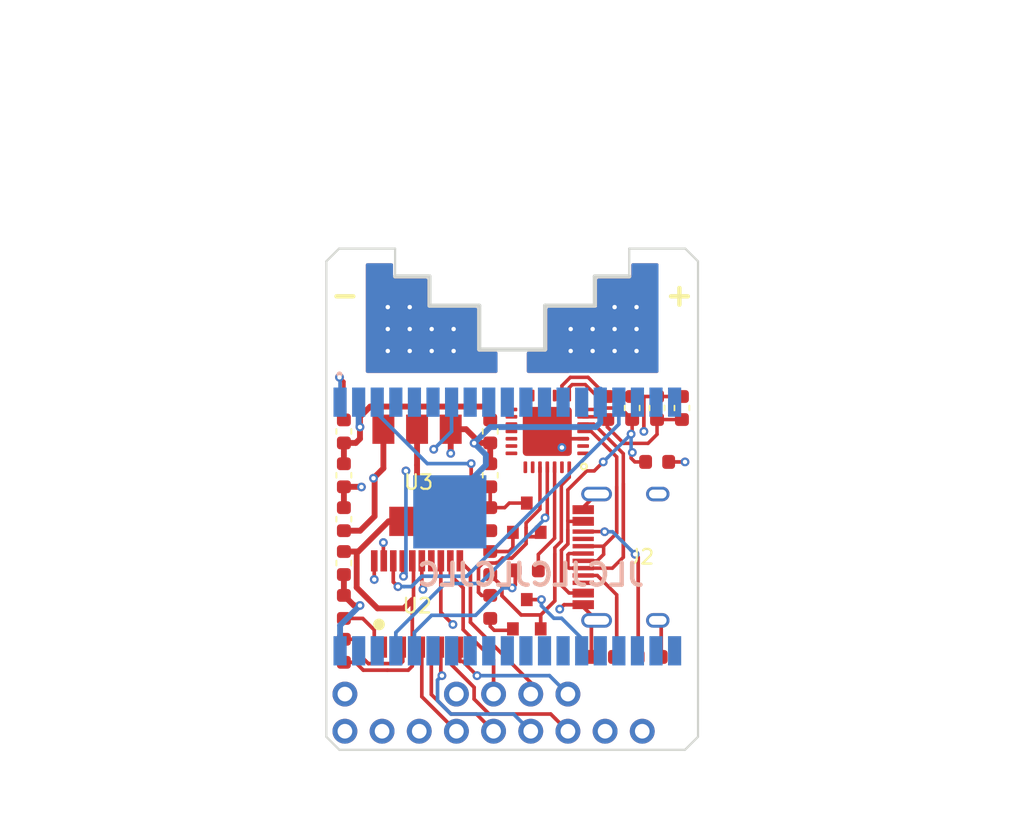
<source format=kicad_pcb>
(kicad_pcb (version 20241229) (generator "pcbnew") (generator_version "9.0")
  (layers (0 "F.Cu" signal) (4 "In1.Cu" signal) (6 "In2.Cu" signal) (2 "B.Cu" signal) (13 "F.Paste" user) (15 "B.Paste" user) (5 "F.SilkS" user) (7 "B.SilkS" user) (1 "F.Mask" user) (3 "B.Mask" user) (25 "Edge.Cuts" user))
  (net 0 "")
  (net 1 "Net-(U4-VBUS)")
  (net 2 "Net-(J1-Pin_3)")
  (net 3 "Net-(J1-Pin_5)")
  (net 4 "Net-(J1-Pin_4)")
  (net 5 "Net-(J1-Pin_6)")
  (net 6 "Net-(U4-D+)")
  (net 7 "Net-(J2-CC2)")
  (net 8 "Net-(U4-D-)")
  (net 11 "Net-(J2-CC1)")
  (net 12 "Net-(J3-Pin_4)")
  (net 13 "Net-(J3-Pin_3)")
  (net 14 "Net-(J3-Pin_2)")
  (net 15 "Net-(J3-Pin_1)")
  (net 16 "Net-(Q1-G)")
  (net 17 "Net-(Q1-S)")
  (net 18 "Net-(Q2-S)")
  (net 19 "Net-(Q2-G)")
  (net 20 "Net-(U4-TXD)")
  (net 21 "Net-(U4-~{RST})")
  (net 22 "Net-(U2-NRST)")
  (net 23 "Net-(U2-BOOT0)")
  (net 46 "GND")
  (net 48 "+5V")
  (net 49 "3V3")
  (net 50 "VIO")
  (net 51 "ESPEN")
  (net 60 "ESPRST")
  (net 61 "ESPRX")
  (net 66 "ESPTX")
  (net 67 "STMTX")
  (net 68 "STMRX")
  (net 69 "SWDIO")
  (net 70 "SWDCLK")
  (footprint "Connector_PinHeader_2.54mm:PinHeader_1x08_P2.54mm_Vertical" (layer "F.Cu") (at 0 0 90)
    (property "Reference" "J1" (hide yes))
    (property "Value" "Conn_01x08_Male")
  )
  (footprint "MountingHole:MountingHole_3.2mm_M3" (layer "F.Cu") (at -11.43 -31.75)
    (property "Reference" "REF**" (hide yes))
    (property "Value" "MountingHole_3.2mm_M3")
  )
  (footprint "MountingHole:MountingHole_3.2mm_M3" (layer "F.Cu") (at 11.43 0)
    (property "Reference" "REF**" (hide yes))
    (property "Value" "MountingHole_3.2mm_M3")
  )
  (footprint "Connector_PinHeader_2.54mm:PinHeader_1x04_P2.54mm_Vertical" (layer "F.Cu") (at -3.81 -2.54 90)
    (property "Reference" "J3" (hide yes))
    (property "Value" "Conn_01x04_Male")
  )
  (footprint "Connector_PinHeader_2.54mm:PinHeader_1x02_P2.54mm_Vertical" (layer "F.Cu") (at -11.43 -2.54)
    (property "Reference" "J4" (hide yes))
    (property "Value" "Conn_01x02_Male")
  )
  (footprint "esp32-wrover:R_0603_1608Metric_nolabel" (layer "F.Cu") (at 6.2 -5.08)
    (property "Reference" "R8" (hide yes))
    (property "Value" "5.1k")
  )
  (footprint "esp32-wrover:R_0603_1608Metric_nolabel" (layer "F.Cu") (at 9.398 -5.08 180)
    (property "Reference" "R9" (hide yes))
    (property "Value" "5.1k")
  )
  (footprint "Package_TO_SOT_SMD:SOT-23" (layer "F.Cu") (at 1 -8 90)
    (property "Reference" "Q2" (hide yes))
    (property "Value" "AO3400")
  )
  (footprint "esp32-wrover:C_0603_1608Metric" (layer "F.Cu") (at -11.5 -20.5 90)
    (property "Reference" "C9" (hide yes))
    (property "Value" "10uF")
  )
  (footprint "esp32-wrover:R_0603_1608Metric_nolabel" (layer "F.Cu") (at -1.5 -11.5 -90)
    (property "Reference" "R3" (hide yes))
    (property "Value" "10k")
  )
  (footprint "esp32-wrover:C_0603_1608Metric" (layer "F.Cu") (at -1.5 -17.5 90)
    (property "Reference" "C7" (hide yes))
    (property "Value" "1uF")
  )
  (footprint "esp32-wrover:C_0603_1608Metric" (layer "F.Cu") (at -1.5 -20.5 -90)
    (property "Reference" "C4" (hide yes))
    (property "Value" "10uF")
  )
  (footprint "esp32-wrover:R_0603_1608Metric_nolabel" (layer "F.Cu") (at -11.5 -5.5 -90)
    (property "Reference" "R6" (hide yes))
    (property "Value" "10k")
  )
  (footprint "esp32-wrover:C_0603_1608Metric" (layer "F.Cu") (at -11.5 -17.5 -90)
    (property "Reference" "C5" (hide yes))
    (property "Value" "100nF")
  )
  (footprint "esp32-wrover:C_0603_1608Metric" (layer "F.Cu") (at -11.5 -14.5 90)
    (property "Reference" "C2" (hide yes))
    (property "Value" "10uF")
  )
  (footprint "esp32-wrover:C_0603_1608Metric" (layer "F.Cu") (at -11.5 -11.5 -90)
    (property "Reference" "C8" (hide yes))
    (property "Value" "100nF")
  )
  (footprint "esp32-wrover:R_0603_1608Metric_nolabel" (layer "F.Cu") (at -1.5 -8.5 90)
    (property "Reference" "R4" (hide yes))
    (property "Value" "10k")
  )
  (footprint "esp32-wrover:R_0603_1608Metric_nolabel" (layer "F.Cu") (at -1.5 -14.5 90)
    (property "Reference" "R5" (hide yes))
    (property "Value" "10k")
  )
  (footprint "Package_TO_SOT_SMD:SOT-223-3_TabPin2" (layer "F.Cu") (at -6.5 -17.5 90)
    (property "Reference" "U3")
    (property "Value" "AMS1117-3.3")
  )
  (footprint "esp32-wrover:R_0603_1608Metric_nolabel" (layer "F.Cu") (at -11.5 -8.5 90)
    (property "Reference" "R7" (hide yes))
    (property "Value" "10k")
  )
  (footprint "Package_SO:TSSOP-20_4.4x6.5mm_P0.65mm" (layer "F.Cu") (at -6.5 -8.7)
    (property "Reference" "U2")
    (property "Value" "STM32F030F4Px")
  )
  (footprint "esp32-wrover:R_0603_1608Metric_nolabel" (layer "F.Cu") (at 1 -11)
    (property "Reference" "R1" (hide yes))
    (property "Value" "1k")
  )
  (footprint "footprints:USB_C_Receptacle_HRO_TYPE-C-31-M-12" (layer "F.Cu") (at 8.9 -11.9 90)
    (property "Reference" "J2")
    (property "Value" "USB_C_Receptacle_USB2.0")
  )
  (footprint "Package_DFN_QFN:QFN-28-1EP_5x5mm_P0.5mm_EP3.35x3.35mm" (layer "F.Cu") (at 2.4 -20.5 180)
    (property "Reference" "U4" (hide yes))
    (property "Value" "CP2102N-Axx-xQFN28")
  )
  (footprint "esp32-wrover:C_0603_1608Metric" (layer "F.Cu") (at 9.9 -22.1 90)
    (property "Reference" "C3" (hide yes))
    (property "Value" "100nF")
  )
  (footprint "esp32-wrover:C_0603_1608Metric" (layer "F.Cu") (at 8.2 -22.1 90)
    (property "Reference" "C1" (hide yes))
    (property "Value" "1uF" (hide yes))
  )
  (footprint "esp32-wrover:R_0603_1608Metric_nolabel" (layer "F.Cu") (at 6.5 -22.1 90)
    (property "Reference" "R2" (hide yes))
    (property "Value" "10k")
  )
  (footprint "esp32-wrover:C_0603_1608Metric" (layer "F.Cu") (at 11.6 -22.1 90)
    (property "Reference" "C6" (hide yes))
    (property "Value" "1uF")
  )
  (footprint "esp32-wrover:R_0603_1608Metric_nolabel" (layer "F.Cu") (at 9.906 -18.415)
    (property "Reference" "R10" (hide yes))
    (property "Value" "0Ohm")
  )
  (footprint "Package_TO_SOT_SMD:SOT-23" (layer "F.Cu") (at 1 -14.6 90)
    (property "Reference" "Q1" (hide yes))
    (property "Value" "AO3400")
  )
  (footprint "esp32-wrover:XCVR_ESP32-WROVER" (layer "B.Cu") (at -3.5 -14 -90)
    (property "Reference" "U1" (hide yes))
    (property "Value" "ESP32-WROVER")
  )
  (gr_line (start 12.7 0.381) (end 12.7 -32.131) (stroke (width 0.15)) (layer "Edge.Cuts"))
  (gr_line (start -2.249992 -26.099698) (end -2.249992 -29.100034) (stroke (width 0.282843)) (layer "Edge.Cuts"))
  (gr_line (start -11.83 -33) (end -8 -33) (stroke (width 0.15)) (layer "Edge.Cuts"))
  (gr_line (start 5.649267 -29.100034) (end 2.249992 -29.100034) (stroke (width 0.282843)) (layer "Edge.Cuts"))
  (gr_line (start -12.7 0.381) (end -11.811 1.27) (stroke (width 0.15)) (layer "Edge.Cuts"))
  (gr_line (start -5.649784 -31.09991) (end -8.000028 -31.09991) (stroke (width 0.282843)) (layer "Edge.Cuts"))
  (gr_line (start 7.999512 -31.09991) (end 5.649267 -31.09991) (stroke (width 0.282843)) (layer "Edge.Cuts"))
  (gr_line (start 11.811 1.27) (end 12.7 0.381) (stroke (width 0.15)) (layer "Edge.Cuts"))
  (gr_line (start -5.649784 -29.100034) (end -5.649784 -31.09991) (stroke (width 0.282843)) (layer "Edge.Cuts"))
  (gr_line (start 5.649267 -31.09991) (end 5.649267 -29.100034) (stroke (width 0.282843)) (layer "Edge.Cuts"))
  (gr_line (start -8 -31.1) (end -8 -33) (stroke (width 0.15)) (layer "Edge.Cuts"))
  (gr_line (start -12.7 -32.131) (end -11.83 -33) (stroke (width 0.15)) (layer "Edge.Cuts"))
  (gr_line (start 8 -33) (end 11.83 -33) (stroke (width 0.15)) (layer "Edge.Cuts"))
  (gr_line (start -2.249992 -29.100034) (end -5.649784 -29.100034) (stroke (width 0.282843)) (layer "Edge.Cuts"))
  (gr_line (start 11.83 -33) (end 12.7 -32.131) (stroke (width 0.15)) (layer "Edge.Cuts"))
  (gr_line (start 2.249992 -29.100034) (end 2.249992 -26.099698) (stroke (width 0.282843)) (layer "Edge.Cuts"))
  (gr_line (start 2.249992 -26.099698) (end -2.249992 -26.099698) (stroke (width 0.282843)) (layer "Edge.Cuts"))
  (gr_line (start 8 -31.1) (end 8 -33) (stroke (width 0.15)) (layer "Edge.Cuts"))
  (gr_line (start -12.7 0.381) (end -12.7 -32.131) (stroke (width 0.15)) (layer "Edge.Cuts"))
  (gr_line (start -11.811 1.27) (end 11.811 1.27) (stroke (width 0.15)) (layer "Edge.Cuts"))
  (gr_text "-" (at -11.43 -29.845 0) (layer "F.SilkS") (effects (font (size 1.5 1.5) (thickness 0.3))))
  (gr_text "+" (at 11.43 -29.845 0) (layer "F.SilkS") (effects (font (size 1.5 1.5) (thickness 0.3))))
  (gr_text "JLCJLCJLCJLC" (at 1.27 -10.7 0) (layer "B.SilkS") (effects (font (size 1.5 1.5) (thickness 0.3)) (justify mirror)))
  (segment (start 3.364988 -9.975012) (end 3.364988 -12.364988) (width 0.24) (layer "F.Cu") (net 1))
  (segment (start 3.804999 -13.760001) (end 3.804999 -12.804999) (width 0.25) (layer "F.Cu") (net 1))
  (segment (start 3.9 -23.5) (end 3.9 -22.95) (width 0.24) (layer "F.Cu") (net 1))
  (segment (start 4.1 -23.7) (end 3.9 -23.5) (width 0.24) (layer "F.Cu") (net 1))
  (segment (start 3.804999 -13.760001) (end 3.804999 -14.39) (width 0.24) (layer "F.Cu") (net 1))
  (segment (start 8.2 -21.3125) (end 8.2 -20.392) (width 0.24) (layer "F.Cu") (net 1))
  (segment (start 3.804999 -14.39) (end 3.804999 -16.504999) (width 0.24) (layer "F.Cu") (net 1))
  (segment (start 8.128 -18.978837) (end 8.128 -18.669) (width 0.24) (layer "F.Cu") (net 1))
  (segment (start 8.209824 -19.060661) (end 8.128 -18.978837) (width 0.24) (layer "F.Cu") (net 1))
  (segment (start 7.738388 -21.774112) (end 8.2 -21.3125) (width 0.24) (layer "F.Cu") (net 1))
  (segment (start 4.855 -9.45) (end 3.89 -9.45) (width 0.24) (layer "F.Cu") (net 1))
  (segment (start 4.85 -22) (end 5.8 -22) (width 0.24) (layer "F.Cu") (net 1))
  (segment (start 5.1 -17.8) (end 5.608 -17.8) (width 0.24) (layer "F.Cu") (net 1))
  (segment (start 8.128 -18.669) (end 8.382 -18.415) (width 0.24) (layer "F.Cu") (net 1))
  (segment (start 3.804999 -14.39) (end 3.844999 -14.35) (width 0.24) (layer "F.Cu") (net 1))
  (segment (start 7.4125 -22.1) (end 7.738388 -21.774112) (width 0.24) (layer "F.Cu") (net 1))
  (segment (start 5.8 -22) (end 5.9 -22.1) (width 0.24) (layer "F.Cu") (net 1))
  (segment (start 8.382 -18.415) (end 9.1185 -18.415) (width 0.24) (layer "F.Cu") (net 1))
  (segment (start 5.70499 -22.29501) (end 5.70499 -22.99501) (width 0.24) (layer "F.Cu") (net 1))
  (segment (start 5 -23.7) (end 4.1 -23.7) (width 0.24) (layer "F.Cu") (net 1))
  (segment (start 3.89 -9.45) (end 3.364988 -9.975012) (width 0.24) (layer "F.Cu") (net 1))
  (segment (start 3.804999 -16.504999) (end 5.1 -17.8) (width 0.24) (layer "F.Cu") (net 1))
  (segment (start 5.608 -17.8) (end 6.223 -18.415) (width 0.24) (layer "F.Cu") (net 1))
  (segment (start 3.804999 -12.804999) (end 3.364988 -12.364988) (width 0.25) (layer "F.Cu") (net 1))
  (segment (start 5.70499 -22.99501) (end 5 -23.7) (width 0.24) (layer "F.Cu") (net 1))
  (segment (start 5.9 -22.1) (end 5.70499 -22.29501) (width 0.24) (layer "F.Cu") (net 1))
  (segment (start 5.9 -22.1) (end 7.4125 -22.1) (width 0.24) (layer "F.Cu") (net 1))
  (segment (start 8.2 -20.392) (end 8.128 -20.32) (width 0.24) (layer "F.Cu") (net 1))
  (segment (start 3.844999 -14.35) (end 4.855 -14.35) (width 0.24) (layer "F.Cu") (net 1))
  (via (at 8.209824 -19.060661) (size 0.6) (drill 0.3) (layers "F.Cu" "B.Cu") (net 1))
  (via (at 6.223 -18.415) (size 0.6) (drill 0.3) (layers "F.Cu" "B.Cu") (net 1))
  (via (at 8.128 -20.32) (size 0.6) (drill 0.3) (layers "F.Cu" "B.Cu") (net 1))
  (segment (start 8.128 -20.32) (end 8.128 -19.142485) (width 0.24) (layer "B.Cu") (net 1))
  (segment (start 6.223 -18.415) (end 6.522999 -18.714999) (width 0.24) (layer "B.Cu") (net 1))
  (segment (start 8.128 -19.142485) (end 8.209824 -19.060661) (width 0.24) (layer "B.Cu") (net 1))
  (segment (start 6.522999 -18.714999) (end 8.128 -20.32) (width 0.24) (layer "B.Cu") (net 1))
  (segment (start -6.175 -5.75) (end -6.175 -2.365) (width 0.25) (layer "F.Cu") (net 2))
  (segment (start -6.175 -2.365) (end -3.81 0) (width 0.25) (layer "F.Cu") (net 2))
  (segment (start -4.875 -3.875) (end -4.8 -3.8) (width 0.25) (layer "F.Cu") (net 3))
  (segment (start -4.875 -5.75) (end -4.875 -3.875) (width 0.25) (layer "F.Cu") (net 3))
  (via (at -4.8 -3.8) (size 0.6) (drill 0.3) (layers "F.Cu" "B.Cu") (net 3))
  (segment (start 0.420001 -0.849999) (end 1.27 0) (width 0.25) (layer "B.Cu") (net 3))
  (segment (start -4.184003 -1.175001) (end 0.094999 -1.175001) (width 0.25) (layer "B.Cu") (net 3))
  (segment (start -5.099999 -2.090997) (end -4.184003 -1.175001) (width 0.25) (layer "B.Cu") (net 3))
  (segment (start 0.094999 -1.175001) (end 0.420001 -0.849999) (width 0.25) (layer "B.Cu") (net 3))
  (segment (start -5.099999 -3.500001) (end -5.099999 -2.090997) (width 0.25) (layer "B.Cu") (net 3))
  (segment (start -4.8 -3.8) (end -5.099999 -3.500001) (width 0.25) (layer "B.Cu") (net 3))
  (segment (start -2.445001 -1.175001) (end -1.27 0) (width 0.25) (layer "F.Cu") (net 4))
  (segment (start -5.525 -5.75) (end -5.525 -2.515998) (width 0.25) (layer "F.Cu") (net 4))
  (segment (start -4.184003 -1.175001) (end -2.445001 -1.175001) (width 0.25) (layer "F.Cu") (net 4))
  (segment (start -5.525 -2.515998) (end -4.184003 -1.175001) (width 0.25) (layer "F.Cu") (net 4))
  (segment (start -1.575001 -1.175001) (end 2.634999 -1.175001) (width 0.25) (layer "F.Cu") (net 5))
  (segment (start -2.6 -3) (end -2.6 -2.2) (width 0.25) (layer "F.Cu") (net 5))
  (segment (start -2.6 -2.2) (end -1.575001 -1.175001) (width 0.25) (layer "F.Cu") (net 5))
  (segment (start -4.225 -5.75) (end -4.225 -4.625) (width 0.25) (layer "F.Cu") (net 5))
  (segment (start 2.960001 -0.849999) (end 3.81 0) (width 0.25) (layer "F.Cu") (net 5))
  (segment (start 2.634999 -1.175001) (end 2.960001 -0.849999) (width 0.25) (layer "F.Cu") (net 5))
  (segment (start -4.225 -4.625) (end -2.6 -3) (width 0.25) (layer "F.Cu") (net 5))
  (segment (start 4.855 -11.65) (end 5.806002 -11.65) (width 0.24) (layer "F.Cu") (net 6))
  (segment (start 5.4 -20.5) (end 7.145009 -18.754991) (width 0.24) (layer "F.Cu") (net 6))
  (segment (start 4.85 -20.5) (end 5.4 -20.5) (width 0.24) (layer "F.Cu") (net 6))
  (segment (start 7.145009 -18.754991) (end 7.145009 -16.732169) (width 0.24) (layer "F.Cu") (net 6))
  (segment (start 6.25 -12.093998) (end 6.25 -12.65) (width 0.24) (layer "F.Cu") (net 6))
  (segment (start 7.145009 -16.732169) (end 7.145009 -13.545009) (width 0.25) (layer "F.Cu") (net 6))
  (segment (start 4.855 -12.65) (end 6.25 -12.65) (width 0.24) (layer "F.Cu") (net 6))
  (segment (start 6.25 -12.65) (end 7.145009 -13.545009) (width 0.24) (layer "F.Cu") (net 6))
  (segment (start 5.806002 -11.65) (end 6.25 -12.093998) (width 0.24) (layer "F.Cu") (net 6))
  (segment (start 4.855 -13.65) (end 6.31 -13.65) (width 0.24) (layer "F.Cu") (net 7))
  (segment (start 8.6125 -11.8875) (end 8.4 -12.1) (width 0.25) (layer "F.Cu") (net 7))
  (segment (start 6.31 -13.65) (end 6.32 -13.64) (width 0.24) (layer "F.Cu") (net 7))
  (segment (start 8.6125 -5.3) (end 8.6125 -11.8875) (width 0.25) (layer "F.Cu") (net 7))
  (via (at 8.4 -12.1) (size 0.6) (drill 0.3) (layers "F.Cu" "B.Cu") (net 7))
  (via (at 6.32 -13.64) (size 0.6) (drill 0.3) (layers "F.Cu" "B.Cu") (net 7))
  (segment (start 6.86 -13.64) (end 8.4 -12.1) (width 0.24) (layer "B.Cu") (net 7))
  (segment (start 6.32 -13.64) (end 6.86 -13.64) (width 0.24) (layer "B.Cu") (net 7))
  (segment (start 8.100001 -12.399999) (end 8.4 -12.1) (width 0.25) (layer "B.Cu") (net 7))
  (segment (start 4.855 -11.15) (end 6.85 -11.15) (width 0.24) (layer "F.Cu") (net 8))
  (segment (start 3.89 -11.15) (end 4.855 -11.15) (width 0.24) (layer "F.Cu") (net 8))
  (segment (start 3.809999 -11.230001) (end 3.89 -11.15) (width 0.24) (layer "F.Cu") (net 8))
  (segment (start 3.809999 -12.069999) (end 3.809999 -11.230001) (width 0.24) (layer "F.Cu") (net 8))
  (segment (start 5.575576 -21) (end 7.59502 -18.980556) (width 0.24) (layer "F.Cu") (net 8))
  (segment (start 3.89 -12.15) (end 3.809999 -12.069999) (width 0.24) (layer "F.Cu") (net 8))
  (segment (start 7.59502 -18.980556) (end 7.59502 -16.918569) (width 0.24) (layer "F.Cu") (net 8))
  (segment (start 7.59502 -16.918569) (end 7.59502 -11.89502) (width 0.25) (layer "F.Cu") (net 8))
  (segment (start 6.85 -11.15) (end 7.59502 -11.89502) (width 0.24) (layer "F.Cu") (net 8))
  (segment (start 4.85 -21) (end 5.575576 -21) (width 0.24) (layer "F.Cu") (net 8))
  (segment (start 4.855 -12.15) (end 3.89 -12.15) (width 0.24) (layer "F.Cu") (net 8))
  (segment (start 7.14501 -9.32499) (end 7.14501 -9.15499) (width 0.24) (layer "F.Cu") (net 11))
  (segment (start 7.14501 -6.03251) (end 7.14501 -9.15499) (width 0.25) (layer "F.Cu") (net 11))
  (segment (start 5.82 -10.65) (end 7.14501 -9.32499) (width 0.24) (layer "F.Cu") (net 11))
  (segment (start 6.9875 -5.875) (end 7.14501 -6.03251) (width 0.25) (layer "F.Cu") (net 11))
  (segment (start 6.9875 -5.3) (end 6.9875 -5.875) (width 0.25) (layer "F.Cu") (net 11))
  (segment (start 4.855 -10.65) (end 5.82 -10.65) (width 0.24) (layer "F.Cu") (net 11))
  (segment (start -3.575 -4.775) (end -3.375 -4.775) (width 0.25) (layer "F.Cu") (net 12))
  (segment (start -3.375 -4.775) (end -2.4 -3.8) (width 0.25) (layer "F.Cu") (net 12))
  (segment (start -3.575 -5.75) (end -3.575 -4.775) (width 0.25) (layer "F.Cu") (net 12))
  (via (at -2.4 -3.8) (size 0.6) (drill 0.3) (layers "F.Cu" "B.Cu") (net 12))
  (segment (start -2.4 -3.8) (end 2.55 -3.8) (width 0.25) (layer "B.Cu") (net 12))
  (segment (start 2.55 -3.8) (end 3.81 -2.54) (width 0.25) (layer "B.Cu") (net 12))
  (segment (start -2.85 -10.925) (end -2.85 -7.45) (width 0.25) (layer "F.Cu") (net 13))
  (segment (start -3.575 -11.65) (end -2.85 -10.925) (width 0.25) (layer "F.Cu") (net 13))
  (segment (start -2.85 -7.45) (end 1.27 -3.33) (width 0.25) (layer "F.Cu") (net 13))
  (segment (start 1.27 -3.33) (end 1.27 -2.54) (width 0.25) (layer "F.Cu") (net 13))
  (segment (start -4.225 -11.65) (end -4.225 -10.675) (width 0.25) (layer "F.Cu") (net 14))
  (segment (start -3.35 -6.95) (end -1.27 -4.87) (width 0.25) (layer "F.Cu") (net 14))
  (segment (start -1.27 -3.742081) (end -1.27 -2.54) (width 0.25) (layer "F.Cu") (net 14))
  (segment (start -3.35 -9.8) (end -3.35 -6.95) (width 0.25) (layer "F.Cu") (net 14))
  (segment (start -4.225 -10.675) (end -3.35 -9.8) (width 0.25) (layer "F.Cu") (net 14))
  (segment (start -1.27 -4.87) (end -1.27 -3.742081) (width 0.25) (layer "F.Cu") (net 14))
  (segment (start -4.875 -8.125) (end -4.05 -7.3) (width 0.25) (layer "F.Cu") (net 15))
  (segment (start -4.875 -11.45) (end -4.9 -11.425) (width 0.25) (layer "F.Cu") (net 15))
  (segment (start -4.875 -11.65) (end -4.875 -8.125) (width 0.25) (layer "F.Cu") (net 15))
  (via (at -4.05 -7.3) (size 0.6) (drill 0.3) (layers "F.Cu" "B.Cu") (net 15))
  (segment (start 0.05 -12.55) (end -0.2125 -12.2875) (width 0.25) (layer "F.Cu") (net 16))
  (segment (start -0.2125 -12.2875) (end -1.5 -12.2875) (width 0.25) (layer "F.Cu") (net 16))
  (segment (start 0.05 -13.3) (end 0.05 -12.55) (width 0.25) (layer "F.Cu") (net 16))
  (segment (start -1.07501 -11.52499) (end -0.97501 -11.52499) (width 0.25) (layer "F.Cu") (net 17))
  (segment (start 0.95 -13.3) (end 1.95 -13.3) (width 0.25) (layer "F.Cu") (net 17))
  (segment (start -0.66251 -11.83749) (end -0.026099 -11.837491) (width 0.25) (layer "F.Cu") (net 17))
  (segment (start -0.026099 -11.837491) (end 0.95 -12.81359) (width 0.25) (layer "F.Cu") (net 17))
  (segment (start -1.1 -11.5) (end -1.07501 -11.52499) (width 0.25) (layer "F.Cu") (net 17))
  (segment (start -2.3 -11.2) (end -2.3 -9.5) (width 0.25) (layer "F.Cu") (net 17))
  (segment (start -2.0875 -9.2875) (end -1.5 -9.2875) (width 0.25) (layer "F.Cu") (net 17))
  (segment (start 1.9 -15.19) (end 1.9 -18.05) (width 0.24) (layer "F.Cu") (net 17))
  (segment (start 1.95 -13.3) (end 1.6 -13.3) (width 0.25) (layer "F.Cu") (net 17))
  (segment (start -2.3 -9.5) (end -2.0875 -9.2875) (width 0.25) (layer "F.Cu") (net 17))
  (segment (start -0.97501 -11.52499) (end -0.66251 -11.83749) (width 0.25) (layer "F.Cu") (net 17))
  (segment (start 0.95 -13.925004) (end 0.95 -13.3) (width 0.25) (layer "F.Cu") (net 17))
  (segment (start -2 -11.5) (end -2.3 -11.2) (width 0.25) (layer "F.Cu") (net 17))
  (segment (start 0.95 -12.81359) (end 0.95 -13.3) (width 0.25) (layer "F.Cu") (net 17))
  (segment (start -1.1 -11.5) (end -2 -11.5) (width 0.25) (layer "F.Cu") (net 17))
  (segment (start 0.95 -13.925004) (end 0.95 -14.24) (width 0.24) (layer "F.Cu") (net 17))
  (segment (start 0.95 -14.24) (end 1.9 -15.19) (width 0.24) (layer "F.Cu") (net 17))
  (segment (start -0.69999 -9.264988) (end 0.614998 -7.95) (width 0.25) (layer "F.Cu") (net 18))
  (segment (start 2.914977 -12.12673) (end 2.914977 -12.544317) (width 0.24) (layer "F.Cu") (net 18))
  (segment (start 2.914977 -12.12673) (end 2.914977 -8.914977) (width 0.25) (layer "F.Cu") (net 18))
  (segment (start -1.5 -10.7125) (end -0.69999 -9.91249) (width 0.25) (layer "F.Cu") (net 18))
  (segment (start 3.359988 -12.989328) (end 3.359989 -16.821989) (width 0.24) (layer "F.Cu") (net 18))
  (segment (start 3.9 -17.362) (end 3.9 -17.55) (width 0.24) (layer "F.Cu") (net 18))
  (segment (start 3.359989 -16.821989) (end 3.9 -17.362) (width 0.24) (layer "F.Cu") (net 18))
  (segment (start 3.9 -17.55) (end 3.9 -18.05) (width 0.24) (layer "F.Cu") (net 18))
  (segment (start 2.914977 -12.544317) (end 3.359988 -12.989328) (width 0.24) (layer "F.Cu") (net 18))
  (segment (start -0.69999 -9.91249) (end -0.69999 -9.264988) (width 0.25) (layer "F.Cu") (net 18))
  (segment (start 0.614998 -7.95) (end 1.95 -7.95) (width 0.25) (layer "F.Cu") (net 18))
  (segment (start 1.95 -7.95) (end 1.95 -7) (width 0.25) (layer "F.Cu") (net 18))
  (segment (start 2.914977 -8.914977) (end 1.95 -7.95) (width 0.25) (layer "F.Cu") (net 18))
  (segment (start -1.5 -7.7125) (end -1.5 -7.175) (width 0.24) (layer "F.Cu") (net 19))
  (segment (start -1.5 -7.175) (end -1.225 -6.9) (width 0.24) (layer "F.Cu") (net 19))
  (segment (start -0.05 -6.9) (end 0.05 -7) (width 0.24) (layer "F.Cu") (net 19))
  (segment (start -1.225 -6.9) (end -0.05 -6.9) (width 0.24) (layer "F.Cu") (net 19))
  (segment (start 2.9 -13.2) (end 1.7875 -12.0875) (width 0.24) (layer "F.Cu") (net 20))
  (segment (start 1.7875 -12.0875) (end 1.7875 -11.575) (width 0.24) (layer "F.Cu") (net 20))
  (segment (start 2.9 -18.05) (end 2.9 -13.2) (width 0.24) (layer "F.Cu") (net 20))
  (segment (start 1.7875 -11.575) (end 1.7875 -11) (width 0.24) (layer "F.Cu") (net 20))
  (segment (start 3.4 -22.95) (end 3.4 -23.622268) (width 0.24) (layer "F.Cu") (net 21))
  (segment (start 5.1875 -24.2) (end 6.5 -22.8875) (width 0.24) (layer "F.Cu") (net 21))
  (segment (start 3.977732 -24.2) (end 5.1875 -24.2) (width 0.24) (layer "F.Cu") (net 21))
  (segment (start 3.4 -23.622268) (end 3.977732 -24.2) (width 0.24) (layer "F.Cu") (net 21))
  (segment (start -10.4875 -6.2875) (end -10.2 -6) (width 0.25) (layer "F.Cu") (net 22))
  (segment (start -10.2 -6) (end -10.2 -5) (width 0.25) (layer "F.Cu") (net 22))
  (segment (start -10.2 -5) (end -9.825 -4.625) (width 0.25) (layer "F.Cu") (net 22))
  (segment (start -7.475 -4.775) (end -7.475 -5.75) (width 0.25) (layer "F.Cu") (net 22))
  (segment (start -9.825 -4.625) (end -7.625 -4.625) (width 0.25) (layer "F.Cu") (net 22))
  (segment (start -7.475 -4.775) (end -7.625 -4.625) (width 0.25) (layer "F.Cu") (net 22))
  (segment (start -11.5 -6.2875) (end -10.4875 -6.2875) (width 0.25) (layer "F.Cu") (net 22))
  (segment (start -9.425 -6.925) (end -10.2125 -7.7125) (width 0.25) (layer "F.Cu") (net 23))
  (segment (start -10.2125 -7.7125) (end -11.5 -7.7125) (width 0.25) (layer "F.Cu") (net 23))
  (segment (start -9.425 -5.75) (end -9.425 -6.925) (width 0.25) (layer "F.Cu") (net 23))
  (segment (start -8.5 -26) (end -8.3 -25.8) (width 0.4) (layer "F.Cu") (net 46))
  (segment (start -4.2 -20.65) (end -3.15 -20.65) (width 0.4) (layer "F.Cu") (net 46))
  (segment (start -1.5 -18.2875) (end -1.5 -19.7125) (width 0.4) (layer "F.Cu") (net 46))
  (segment (start -4.2 -20.65) (end -4.2 -19) (width 0.4) (layer "F.Cu") (net 46))
  (segment (start -1.5 -19.7125) (end -2.6125 -19.7125) (width 0.4) (layer "F.Cu") (net 46))
  (segment (start -3.15 -20.65) (end -2.2125 -19.7125) (width 0.4) (layer "F.Cu") (net 46))
  (segment (start -2.2125 -19.7125) (end -1.5 -19.7125) (width 0.4) (layer "F.Cu") (net 46))
  (segment (start -2.6125 -19.7125) (end -2.6 -19.7) (width 0.4) (layer "F.Cu") (net 46))
  (segment (start -6.175 -11.45) (end -6.175 -9.775) (width 0.25) (layer "F.Cu") (net 46))
  (segment (start -10.3125 -16.7125) (end -10.3 -16.7) (width 0.4) (layer "F.Cu") (net 46))
  (segment (start -11.5 -9.2875) (end -10.8125 -8.6) (width 0.4) (layer "F.Cu") (net 46))
  (segment (start -11.5 -10.7125) (end -11.5 -9.2875) (width 0.4) (layer "F.Cu") (net 46))
  (segment (start -10.8125 -8.6) (end -10.4 -8.6) (width 0.4) (layer "F.Cu") (net 46))
  (segment (start -11.5 -16.7125) (end -10.3125 -16.7125) (width 0.4) (layer "F.Cu") (net 46))
  (segment (start -11.5 -15.2875) (end -11.5 -16.7125) (width 0.4) (layer "F.Cu") (net 46))
  (segment (start -6.175 -9.775) (end -6.1 -9.7) (width 0.25) (layer "F.Cu") (net 46))
  (segment (start 4.855 -8.495) (end 5.77 -7.58) (width 0.25) (layer "F.Cu") (net 46))
  (segment (start 10.1855 -5.08) (end 10.1855 -7.3445) (width 0.25) (layer "F.Cu") (net 46))
  (segment (start 8.2 -22.8875) (end 9 -22.8875) (width 0.25) (layer "F.Cu") (net 46))
  (segment (start 3.55 -8.65) (end 3.25 -8.35) (width 0.25) (layer "F.Cu") (net 46))
  (segment (start 4.85 -20) (end 2.9 -20) (width 0.25) (layer "F.Cu") (net 46))
  (segment (start 10.1855 -7.3445) (end 9.95 -7.58) (width 0.25) (layer "F.Cu") (net 46))
  (segment (start 4.855 -15.15) (end 4.855 -15.305) (width 0.25) (layer "F.Cu") (net 46))
  (segment (start -11.8 -24.2) (end -11.5 -23.9) (width 0.25) (layer "F.Cu") (net 46))
  (segment (start 2.9 -20) (end 2.4 -20.5) (width 0.25) (layer "F.Cu") (net 46))
  (segment (start 11.6 -22.8875) (end 9.9 -22.8875) (width 0.25) (layer "F.Cu") (net 46))
  (segment (start 5.4125 -7.2225) (end 5.77 -7.58) (width 0.25) (layer "F.Cu") (net 46))
  (segment (start 9 -22.8875) (end 9 -20.5) (width 0.25) (layer "F.Cu") (net 46))
  (segment (start 9 -22.8875) (end 9.9 -22.8875) (width 0.25) (layer "F.Cu") (net 46))
  (segment (start -11.5 -23.9) (end -11.5 -21.2875) (width 0.25) (layer "F.Cu") (net 46))
  (segment (start 4.85 -20) (end 5.146 -20) (width 0.25) (layer "F.Cu") (net 46))
  (segment (start 4.855 -8.65) (end 4.855 -8.495) (width 0.25) (layer "F.Cu") (net 46))
  (segment (start 2.4 -20.5) (end 3.4 -19.4) (width 0.25) (layer "F.Cu") (net 46))
  (segment (start 4.855 -8.65) (end 3.55 -8.65) (width 0.25) (layer "F.Cu") (net 46))
  (segment (start 4.855 -15.305) (end 5.77 -16.22) (width 0.25) (layer "F.Cu") (net 46))
  (segment (start 5.4125 -5.08) (end 5.4125 -7.2225) (width 0.25) (layer "F.Cu") (net 46))
  (via (at -8.5 -27.5) (size 0.6) (drill 0.3) (layers "F.Cu" "B.Cu") (net 46))
  (via (at -8.5 -26) (size 0.6) (drill 0.3) (layers "F.Cu" "B.Cu") (net 46))
  (via (at -8.5 -29) (size 0.6) (drill 0.3) (layers "F.Cu" "B.Cu") (net 46))
  (via (at -2.6 -19.7) (size 0.6) (drill 0.3) (layers "F.Cu" "B.Cu") (net 46))
  (via (at -6.1 -9.7) (size 0.6) (drill 0.3) (layers "F.Cu" "B.Cu") (net 46))
  (via (at -4.2 -19) (size 0.6) (drill 0.3) (layers "F.Cu" "B.Cu") (net 46))
  (via (at -10.3 -16.7) (size 0.6) (drill 0.3) (layers "F.Cu" "B.Cu") (net 46))
  (via (at -10.4 -8.6) (size 0.6) (drill 0.3) (layers "F.Cu" "B.Cu") (net 46))
  (via (at -4 -27.5) (size 0.6) (drill 0.3) (layers "F.Cu" "B.Cu") (net 46))
  (via (at -7 -27.5) (size 0.6) (drill 0.3) (layers "F.Cu" "B.Cu") (net 46))
  (via (at -4 -26) (size 0.6) (drill 0.3) (layers "F.Cu" "B.Cu") (net 46))
  (via (at -7 -26) (size 0.6) (drill 0.3) (layers "F.Cu" "B.Cu") (net 46))
  (via (at -5.5 -27.5) (size 0.6) (drill 0.3) (layers "F.Cu" "B.Cu") (net 46))
  (via (at -5.5 -26) (size 0.6) (drill 0.3) (layers "F.Cu" "B.Cu") (net 46))
  (via (at -11.8 -24.2) (size 0.6) (drill 0.3) (layers "F.Cu" "B.Cu") (net 46))
  (via (at 3.25 -8.35) (size 0.6) (drill 0.3) (layers "F.Cu" "B.Cu") (net 46))
  (via (at 9 -20.5) (size 0.6) (drill 0.3) (layers "F.Cu" "B.Cu") (net 46))
  (via (at 3.4 -19.4) (size 0.6) (drill 0.3) (layers "F.Cu" "B.Cu") (net 46))
  (via (at -7 -29) (size 0.6) (drill 0.3) (layers "F.Cu" "B.Cu") (net 46))
  (segment (start -1.8 -18.9) (end -1.8 -18.2) (width 0.4) (layer "B.Cu") (net 46))
  (segment (start -1.8 -18.2) (end -4.26 -15.74) (width 0.4) (layer "B.Cu") (net 46))
  (segment (start -4.26 -15.74) (end -4.26 -15) (width 0.25) (layer "B.Cu") (net 46))
  (segment (start -2.6 -19.7) (end -1.8 -18.9) (width 0.4) (layer "B.Cu") (net 46))
  (segment (start -11.76 -5.5) (end -11.76 -6.24) (width 0.25) (layer "B.Cu") (net 46))
  (segment (start -11.76 -7.24) (end -11.76 -5.5) (width 0.4) (layer "B.Cu") (net 46))
  (segment (start -11.76 -7.24) (end -10.4 -8.6) (width 0.4) (layer "B.Cu") (net 46))
  (segment (start 6.02 -22.5) (end 6.02 -23.365996) (width 0.4) (layer "B.Cu") (net 46))
  (segment (start -11.76 -24.16) (end -11.8 -24.2) (width 0.25) (layer "B.Cu") (net 46))
  (segment (start 5.72 -20.8) (end -1.5 -20.8) (width 0.4) (layer "B.Cu") (net 46))
  (segment (start -1.5 -20.8) (end -2.6 -19.7) (width 0.4) (layer "B.Cu") (net 46))
  (segment (start 6.019999 -21.099999) (end 5.72 -20.8) (width 0.4) (layer "B.Cu") (net 46))
  (segment (start -11.76 -22.5) (end -11.76 -24.16) (width 0.25) (layer "B.Cu") (net 46))
  (segment (start 6.02 -22.5) (end 6.019999 -21.099999) (width 0.4) (layer "B.Cu") (net 46))
  (segment (start -9.4875 -17.2875) (end -9.475 -17.3) (width 0.25) (layer "F.Cu") (net 48))
  (segment (start -8.8 -17.975) (end -8.8 -20.65) (width 0.4) (layer "F.Cu") (net 48))
  (segment (start -9.4 -14.7) (end -10.3875 -13.7125) (width 0.4) (layer "F.Cu") (net 48))
  (segment (start -11.5 -13.7125) (end -10.3875 -13.7125) (width 0.4) (layer "F.Cu") (net 48))
  (segment (start -8.8 -17.975) (end -9.4 -17.375) (width 0.4) (layer "F.Cu") (net 48))
  (segment (start -9.4 -17.375) (end -9.4 -14.7) (width 0.4) (layer "F.Cu") (net 48))
  (segment (start 10.6935 -18.415) (end 11.938 -18.415) (width 0.25) (layer "F.Cu") (net 48))
  (via (at 8.5 -27.5) (size 0.6) (drill 0.3) (layers "F.Cu" "B.Cu") (net 48))
  (via (at 7 -27.5) (size 0.6) (drill 0.3) (layers "F.Cu" "B.Cu") (net 48))
  (via (at 8.5 -26) (size 0.6) (drill 0.3) (layers "F.Cu" "B.Cu") (net 48))
  (via (at 7 -29) (size 0.6) (drill 0.3) (layers "F.Cu" "B.Cu") (net 48))
  (via (at 7 -26) (size 0.6) (drill 0.3) (layers "F.Cu" "B.Cu") (net 48))
  (via (at 8.5 -29) (size 0.6) (drill 0.3) (layers "F.Cu" "B.Cu") (net 48))
  (via (at 4 -26) (size 0.6) (drill 0.3) (layers "F.Cu" "B.Cu") (net 48))
  (via (at 5.5 -27.5) (size 0.6) (drill 0.3) (layers "F.Cu" "B.Cu") (net 48))
  (via (at 5.5 -26) (size 0.6) (drill 0.3) (layers "F.Cu" "B.Cu") (net 48))
  (via (at 4 -27.5) (size 0.6) (drill 0.3) (layers "F.Cu" "B.Cu") (net 48))
  (via (at -9.475 -17.3) (size 0.6) (drill 0.3) (layers "F.Cu" "B.Cu") (net 48))
  (via (at 11.811 -18.415) (size 0.6) (drill 0.3) (layers "F.Cu" "B.Cu") (net 48))
  (segment (start -10.6875 -19.7125) (end -11.5 -19.7125) (width 0.4) (layer "F.Cu") (net 49))
  (segment (start -8.525002 -4.174998) (end -10.174998 -4.174998) (width 0.25) (layer "F.Cu") (net 49))
  (segment (start -10.174998 -4.174998) (end -10.7125 -4.7125) (width 0.25) (layer "F.Cu") (net 49))
  (segment (start -6.7 -22.2) (end -6.5 -22) (width 0.4) (layer "F.Cu") (net 49))
  (segment (start -10.4 -21.5) (end -9.7 -22.2) (width 0.4) (layer "F.Cu") (net 49))
  (segment (start -11.5 -18.2875) (end -11.5 -19.7125) (width 0.4) (layer "F.Cu") (net 49))
  (segment (start -10.4 -20) (end -10.6875 -19.7125) (width 0.4) (layer "F.Cu") (net 49))
  (segment (start -6.825 -8.975) (end -6.825 -5.75) (width 0.25) (layer "F.Cu") (net 49))
  (segment (start -2.7125 -13.7125) (end -3.35 -14.35) (width 0.4) (layer "F.Cu") (net 49))
  (segment (start -7.100002 -4.174998) (end -8.525002 -4.174998) (width 0.25) (layer "F.Cu") (net 49))
  (segment (start -6.825 -4.45) (end -7.100002 -4.174998) (width 0.25) (layer "F.Cu") (net 49))
  (segment (start -6.7 -22.2) (end -6.5 -22) (width 0.25) (layer "F.Cu") (net 49))
  (segment (start -6.5 -22) (end -6.5 -20.65) (width 0.4) (layer "F.Cu") (net 49))
  (segment (start -10.5125 -12.2875) (end -10.6 -12.2875) (width 0.4) (layer "F.Cu") (net 49))
  (segment (start -6.5 -14.35) (end -8.45 -14.35) (width 0.4) (layer "F.Cu") (net 49))
  (segment (start -10.4 -20.8) (end -10.4 -20) (width 0.4) (layer "F.Cu") (net 49))
  (segment (start -9.7 -22.2) (end -6.7 -22.2) (width 0.4) (layer "F.Cu") (net 49))
  (segment (start -6.5 -18.2) (end -6.5 -20.65) (width 0.4) (layer "F.Cu") (net 49))
  (segment (start -6.825 -4.775) (end -6.825 -4.45) (width 0.25) (layer "F.Cu") (net 49))
  (segment (start -8.45 -14.35) (end -10.5125 -12.2875) (width 0.4) (layer "F.Cu") (net 49))
  (segment (start -10.6 -12.2875) (end -11.5 -12.2875) (width 0.4) (layer "F.Cu") (net 49))
  (segment (start -3.35 -14.35) (end -6.5 -14.35) (width 0.4) (layer "F.Cu") (net 49))
  (segment (start -1.5 -13.7125) (end -2.7125 -13.7125) (width 0.4) (layer "F.Cu") (net 49))
  (segment (start -1.7 -22.2) (end -1.5 -22) (width 0.4) (layer "F.Cu") (net 49))
  (segment (start -6.5 -14.35) (end -6.5 -18.2) (width 0.4) (layer "F.Cu") (net 49))
  (segment (start -10.4 -20.8) (end -10.4 -21.5) (width 0.4) (layer "F.Cu") (net 49))
  (segment (start -10.7125 -4.7125) (end -11.5 -4.7125) (width 0.25) (layer "F.Cu") (net 49))
  (segment (start -6.825 -5.75) (end -6.825 -4.775) (width 0.25) (layer "F.Cu") (net 49))
  (segment (start -1.5 -22) (end -1.5 -21.2875) (width 0.4) (layer "F.Cu") (net 49))
  (segment (start -6.7 -22.2) (end -1.7 -22.2) (width 0.4) (layer "F.Cu") (net 49))
  (segment (start -6.741971 -11.566971) (end -6.741971 -9.058029) (width 0.25) (layer "F.Cu") (net 49))
  (segment (start -10.62499 -9.82499) (end -9.2 -8.4) (width 0.4) (layer "F.Cu") (net 49))
  (segment (start -6.741971 -9.058029) (end -6.825 -8.975) (width 0.25) (layer "F.Cu") (net 49))
  (segment (start -7.4 -8.4) (end -6.825 -8.975) (width 0.4) (layer "F.Cu") (net 49))
  (segment (start -9.2 -8.4) (end -7.4 -8.4) (width 0.4) (layer "F.Cu") (net 49))
  (segment (start -6.825 -11.65) (end -6.741971 -11.566971) (width 0.25) (layer "F.Cu") (net 49))
  (segment (start -10.62499 -12.26251) (end -10.62499 -9.82499) (width 0.4) (layer "F.Cu") (net 49))
  (segment (start -10.6 -12.2875) (end -10.62499 -12.26251) (width 0.4) (layer "F.Cu") (net 49))
  (via (at -10.4 -20.8) (size 0.6) (drill 0.3) (layers "F.Cu" "B.Cu") (net 49))
  (segment (start -10.49 -22.5) (end -10.49 -20.89) (width 0.4) (layer "B.Cu") (net 49))
  (segment (start -10.49 -20.89) (end -10.4 -20.8) (width 0.4) (layer "B.Cu") (net 49))
  (segment (start 6.3125 -21.5) (end 6.5 -21.3125) (width 0.24) (layer "F.Cu") (net 50))
  (segment (start 9.9 -20.3) (end 9.285 -19.685) (width 0.24) (layer "F.Cu") (net 50))
  (segment (start 6.5 -20.805) (end 6.5 -21.3125) (width 0.24) (layer "F.Cu") (net 50))
  (segment (start 11.6 -21.3125) (end 9.9 -21.3125) (width 0.24) (layer "F.Cu") (net 50))
  (segment (start 7.62 -19.685) (end 6.5 -20.805) (width 0.24) (layer "F.Cu") (net 50))
  (segment (start 4.85 -21.5) (end 6.3125 -21.5) (width 0.24) (layer "F.Cu") (net 50))
  (segment (start 9.9 -21.3125) (end 9.9 -20.3) (width 0.24) (layer "F.Cu") (net 50))
  (segment (start 9.285 -19.685) (end 7.62 -19.685) (width 0.24) (layer "F.Cu") (net 50))
  (segment (start 0.9875 -15.2875) (end 1 -15.3) (width 0.25) (layer "F.Cu") (net 51))
  (segment (start -1.5 -16.7125) (end -1.5 -15.2875) (width 0.25) (layer "F.Cu") (net 51))
  (segment (start -2.8 -17.1) (end -2.4125 -16.7125) (width 0.25) (layer "F.Cu") (net 51))
  (segment (start -2.8 -18.3) (end -2.8 -17.1) (width 0.25) (layer "F.Cu") (net 51))
  (segment (start -2.4125 -16.7125) (end -1.5 -16.7125) (width 0.25) (layer "F.Cu") (net 51))
  (segment (start -0.5125 -15.2875) (end -0.2 -15.6) (width 0.24) (layer "F.Cu") (net 51))
  (segment (start -0.2 -15.6) (end 1 -15.6) (width 0.24) (layer "F.Cu") (net 51))
  (segment (start -1.5 -15.2875) (end -0.5125 -15.2875) (width 0.24) (layer "F.Cu") (net 51))
  (via (at -2.8 -18.3) (size 0.6) (drill 0.3) (layers "F.Cu" "B.Cu") (net 51))
  (segment (start -9.22 -22.5) (end -9.22 -21.72) (width 0.25) (layer "B.Cu") (net 51))
  (segment (start -9.22 -21.72) (end -5.8 -18.3) (width 0.25) (layer "B.Cu") (net 51))
  (segment (start -5.8 -18.3) (end -2.8 -18.3) (width 0.25) (layer "B.Cu") (net 51))
  (segment (start 1 -9) (end 2.000034 -9) (width 0.25) (layer "F.Cu") (net 60))
  (via (at 2.000034 -9) (size 0.6) (drill 0.3) (layers "F.Cu" "B.Cu") (net 60))
  (segment (start 4.75 -6.35) (end 3.375001 -7.724999) (width 0.25) (layer "B.Cu") (net 60))
  (segment (start 3.375001 -7.724999) (end 2.850771 -7.724999) (width 0.25) (layer "B.Cu") (net 60))
  (segment (start 2.850771 -7.724999) (end 2.000034 -8.575736) (width 0.25) (layer "B.Cu") (net 60))
  (segment (start 2.000034 -8.575736) (end 2.000034 -9) (width 0.25) (layer "B.Cu") (net 60))
  (segment (start 4.75 -5.5) (end 4.75 -6.35) (width 0.25) (layer "B.Cu") (net 60))
  (segment (start 0.2125 -10.0125) (end 0 -9.8) (width 0.25) (layer "F.Cu") (net 61))
  (segment (start 0.2125 -11) (end 0.2125 -10.0125) (width 0.25) (layer "F.Cu") (net 61))
  (via (at 0 -9.8) (size 0.6) (drill 0.3) (layers "F.Cu" "B.Cu") (net 61))
  (segment (start -6.68 -6.42) (end -6.68 -5.5) (width 0.25) (layer "B.Cu") (net 61))
  (segment (start 0 -9.8) (end -0.624998 -9.8) (width 0.25) (layer "B.Cu") (net 61))
  (segment (start -0.624998 -9.8) (end -2.499997 -7.925001) (width 0.25) (layer "B.Cu") (net 61))
  (segment (start -6.68 -6.42) (end -6.68 -5.5) (width 0.25) (layer "B.Cu") (net 61))
  (segment (start -2.499997 -7.925001) (end -5.504999 -7.925001) (width 0.25) (layer "B.Cu") (net 61))
  (segment (start -6.68 -6.75) (end -6.68 -5.5) (width 0.25) (layer "B.Cu") (net 61))
  (segment (start -5.504999 -7.925001) (end -6.68 -6.75) (width 0.25) (layer "B.Cu") (net 61))
  (segment (start 2.4 -14.684464) (end 2.265538 -14.550002) (width 0.24) (layer "F.Cu") (net 66))
  (segment (start 2.4 -18.05) (end 2.4 -14.684464) (width 0.24) (layer "F.Cu") (net 66))
  (via (at 2.25 -14.59) (size 0.6) (drill 0.3) (layers "F.Cu" "B.Cu") (net 66))
  (segment (start -4.6 -10.1) (end -2.184464 -10.1) (width 0.24) (layer "B.Cu") (net 66))
  (segment (start -7.95 -5.5) (end -7.95 -6.75) (width 0.25) (layer "B.Cu") (net 66))
  (segment (start -7.95 -6.75) (end -4.6 -10.1) (width 0.25) (layer "B.Cu") (net 66))
  (segment (start 1.965539 -14.250003) (end 2.265538 -14.550002) (width 0.24) (layer "B.Cu") (net 66))
  (segment (start -2.184464 -10.1) (end 1.965539 -14.250003) (width 0.24) (layer "B.Cu") (net 66))
  (segment (start -7.26 -17.8) (end -7.39 -17.93) (width 0.25) (layer "F.Cu") (net 67))
  (segment (start -7.475 -11.65) (end -7.475 -10.6443) (width 0.25) (layer "F.Cu") (net 67))
  (segment (start -7.475 -10.6443) (end -7.425273 -10.594573) (width 0.25) (layer "F.Cu") (net 67))
  (via (at -7.26 -17.8) (size 0.6) (drill 0.3) (layers "F.Cu" "B.Cu") (net 67))
  (via (at -5.36 -19.28) (size 0.6) (drill 0.3) (layers "F.Cu" "B.Cu") (net 67))
  (via (at -7.425273 -10.594573) (size 0.6) (drill 0.3) (layers "F.Cu" "B.Cu") (net 67))
  (segment (start -4.14 -22.5) (end -4.14 -20.5) (width 0.25) (layer "B.Cu") (net 67))
  (segment (start -4.14 -20.5) (end -5.36 -19.28) (width 0.25) (layer "B.Cu") (net 67))
  (segment (start -7.26 -17.8) (end -7.26 -10.759846) (width 0.25) (layer "B.Cu") (net 67))
  (segment (start -7.26 -10.759846) (end -7.425273 -10.594573) (width 0.25) (layer "B.Cu") (net 67))
  (segment (start -8.125 -11.65) (end -8.125 -10.210363) (width 0.25) (layer "F.Cu") (net 68))
  (segment (start -8.10513 -10.190493) (end -7.805131 -9.890494) (width 0.25) (layer "F.Cu") (net 68))
  (segment (start -8.125 -10.210363) (end -8.10513 -10.190493) (width 0.25) (layer "F.Cu") (net 68))
  (via (at -7.805131 -9.890494) (size 0.6) (drill 0.3) (layers "F.Cu" "B.Cu") (net 68))
  (segment (start -7.380867 -9.890494) (end -7.805131 -9.890494) (width 0.25) (layer "B.Cu") (net 68))
  (segment (start -6.881001 -9.890494) (end -7.380867 -9.890494) (width 0.25) (layer "B.Cu") (net 68))
  (segment (start -6.171495 -10.6) (end -6.881001 -9.890494) (width 0.25) (layer "B.Cu") (net 68))
  (segment (start 7.29 -22.5) (end 7.29 -20.99) (width 0.25) (layer "B.Cu") (net 68))
  (segment (start 7.29 -20.99) (end -3.1 -10.6) (width 0.25) (layer "B.Cu") (net 68))
  (segment (start -3.1 -10.6) (end -6.171495 -10.6) (width 0.25) (layer "B.Cu") (net 68))
  (segment (start -8.8 -12.9) (end -8.8 -11.675) (width 0.25) (layer "F.Cu") (net 69))
  (segment (start -8.8 -11.675) (end -8.775 -11.65) (width 0.25) (layer "F.Cu") (net 69))
  (via (at -8.8 -12.9) (size 0.6) (drill 0.3) (layers "F.Cu" "B.Cu") (net 69))
  (segment (start -9.425 -11.65) (end -9.425 -10.374958) (width 0.25) (layer "F.Cu") (net 70))
  (via (at -9.425 -10.374958) (size 0.6) (drill 0.3) (layers "F.Cu" "B.Cu") (net 70))
  (zone (net 48) (net_name "+5V") (layer "F.Cu") (connect_pads (clearance 0.05)) (min_thickness 0.2) (fill yes (thermal_gap 0.508) (thermal_bridge_width 0.508))
    (polygon (pts (xy 1 -24.5) (xy 1 -26.1) (xy 2.4 -26.1) (xy 2.4 -29) (xy 5.8 -29) (xy 5.8 -31) (xy 8 -31) (xy 8 -32) (xy 10 -32) (xy 10 -24.5)))
  )
  (zone (net 46) (net_name "GND") (layer "F.Cu") (connect_pads (clearance 0.05)) (min_thickness 0.2) (fill yes (thermal_gap 0.508) (thermal_bridge_width 0.508))
    (polygon (pts (xy -8 -32) (xy -8 -31) (xy -5.8 -31) (xy -5.8 -29) (xy -2.4 -29) (xy -2.4 -26.1) (xy -1 -26.1) (xy -1 -24.5) (xy -10 -24.5) (xy -10 -32)))
  )
  (zone (net 48) (net_name "+5V") (layer "B.Cu") (connect_pads (clearance 0.05)) (min_thickness 0.2) (fill yes (thermal_gap 0.508) (thermal_bridge_width 0.508))
    (polygon (pts (xy 8 -32) (xy 8 -31) (xy 5.8 -31) (xy 5.8 -29) (xy 2.4 -29) (xy 2.4 -26.1) (xy 1 -26.1) (xy 1 -24.5) (xy 10 -24.5) (xy 10 -32)))
  )
  (zone (net 46) (net_name "GND") (layer "B.Cu") (connect_pads (clearance 0.05)) (min_thickness 0.2) (fill yes (thermal_gap 0.508) (thermal_bridge_width 0.508))
    (polygon (pts (xy -1 -26.1) (xy -2.3 -26.1) (xy -2.3 -29.1) (xy -5.6 -29.1) (xy -5.6 -31.1) (xy -8 -31.1) (xy -8 -32) (xy -10 -32) (xy -10 -24.5) (xy -1 -24.5)))
  )
)
</source>
